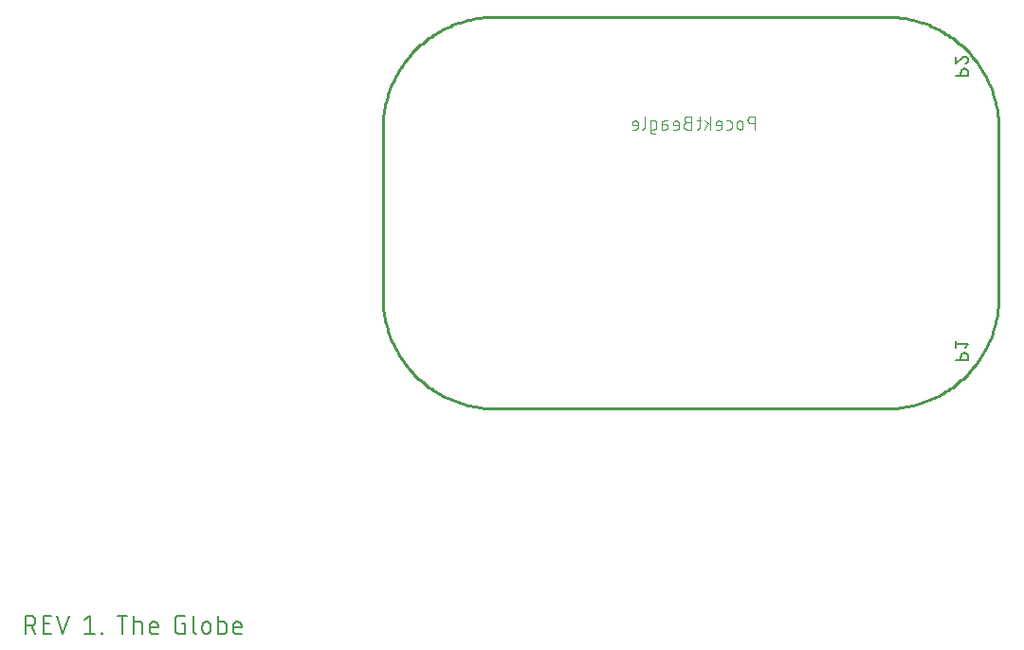
<source format=gbr>
G04 EAGLE Gerber RS-274X export*
G75*
%MOMM*%
%FSLAX34Y34*%
%LPD*%
%INSilkscreen Bottom*%
%IPPOS*%
%AMOC8*
5,1,8,0,0,1.08239X$1,22.5*%
G01*
%ADD10C,0.152400*%
%ADD11C,0.254000*%
%ADD12C,0.101600*%


D10*
X452882Y51562D02*
X452882Y67818D01*
X457398Y67818D01*
X457531Y67816D01*
X457663Y67810D01*
X457795Y67800D01*
X457927Y67787D01*
X458059Y67769D01*
X458189Y67748D01*
X458320Y67723D01*
X458449Y67694D01*
X458577Y67661D01*
X458705Y67625D01*
X458831Y67585D01*
X458956Y67541D01*
X459080Y67493D01*
X459202Y67442D01*
X459323Y67387D01*
X459442Y67329D01*
X459560Y67267D01*
X459675Y67202D01*
X459789Y67133D01*
X459900Y67062D01*
X460009Y66986D01*
X460116Y66908D01*
X460221Y66827D01*
X460323Y66742D01*
X460423Y66655D01*
X460520Y66565D01*
X460615Y66472D01*
X460706Y66376D01*
X460795Y66278D01*
X460881Y66177D01*
X460964Y66073D01*
X461044Y65967D01*
X461120Y65859D01*
X461194Y65749D01*
X461264Y65636D01*
X461331Y65522D01*
X461394Y65405D01*
X461454Y65287D01*
X461511Y65167D01*
X461564Y65045D01*
X461613Y64922D01*
X461659Y64798D01*
X461701Y64672D01*
X461739Y64545D01*
X461774Y64417D01*
X461805Y64288D01*
X461832Y64159D01*
X461855Y64028D01*
X461875Y63897D01*
X461890Y63765D01*
X461902Y63633D01*
X461910Y63501D01*
X461914Y63368D01*
X461914Y63236D01*
X461910Y63103D01*
X461902Y62971D01*
X461890Y62839D01*
X461875Y62707D01*
X461855Y62576D01*
X461832Y62445D01*
X461805Y62316D01*
X461774Y62187D01*
X461739Y62059D01*
X461701Y61932D01*
X461659Y61806D01*
X461613Y61682D01*
X461564Y61559D01*
X461511Y61437D01*
X461454Y61317D01*
X461394Y61199D01*
X461331Y61082D01*
X461264Y60968D01*
X461194Y60855D01*
X461120Y60745D01*
X461044Y60637D01*
X460964Y60531D01*
X460881Y60427D01*
X460795Y60326D01*
X460706Y60228D01*
X460615Y60132D01*
X460520Y60039D01*
X460423Y59949D01*
X460323Y59862D01*
X460221Y59777D01*
X460116Y59696D01*
X460009Y59618D01*
X459900Y59542D01*
X459789Y59471D01*
X459675Y59402D01*
X459560Y59337D01*
X459442Y59275D01*
X459323Y59217D01*
X459202Y59162D01*
X459080Y59111D01*
X458956Y59063D01*
X458831Y59019D01*
X458705Y58979D01*
X458577Y58943D01*
X458449Y58910D01*
X458320Y58881D01*
X458189Y58856D01*
X458059Y58835D01*
X457927Y58817D01*
X457795Y58804D01*
X457663Y58794D01*
X457531Y58788D01*
X457398Y58786D01*
X457398Y58787D02*
X452882Y58787D01*
X458301Y58787D02*
X461913Y51562D01*
X468973Y51562D02*
X476197Y51562D01*
X468973Y51562D02*
X468973Y67818D01*
X476197Y67818D01*
X474391Y60593D02*
X468973Y60593D01*
X481066Y67818D02*
X486484Y51562D01*
X491903Y67818D01*
X505937Y64206D02*
X510452Y67818D01*
X510452Y51562D01*
X505937Y51562D02*
X514968Y51562D01*
X520942Y51562D02*
X520942Y52465D01*
X521846Y52465D01*
X521846Y51562D01*
X520942Y51562D01*
X539630Y51562D02*
X539630Y67818D01*
X535115Y67818D02*
X544146Y67818D01*
X550086Y67818D02*
X550086Y51562D01*
X550086Y62399D02*
X554602Y62399D01*
X554706Y62397D01*
X554809Y62391D01*
X554913Y62381D01*
X555016Y62367D01*
X555118Y62349D01*
X555219Y62328D01*
X555320Y62302D01*
X555419Y62273D01*
X555518Y62240D01*
X555615Y62203D01*
X555710Y62162D01*
X555804Y62118D01*
X555896Y62070D01*
X555986Y62019D01*
X556075Y61964D01*
X556161Y61906D01*
X556244Y61844D01*
X556326Y61780D01*
X556404Y61712D01*
X556480Y61642D01*
X556554Y61569D01*
X556624Y61492D01*
X556692Y61414D01*
X556756Y61332D01*
X556818Y61249D01*
X556876Y61163D01*
X556931Y61074D01*
X556982Y60984D01*
X557030Y60892D01*
X557074Y60798D01*
X557115Y60703D01*
X557152Y60606D01*
X557185Y60507D01*
X557214Y60408D01*
X557240Y60307D01*
X557261Y60206D01*
X557279Y60104D01*
X557293Y60001D01*
X557303Y59897D01*
X557309Y59794D01*
X557311Y59690D01*
X557311Y51562D01*
X566863Y51562D02*
X571379Y51562D01*
X566863Y51562D02*
X566762Y51564D01*
X566661Y51570D01*
X566560Y51579D01*
X566459Y51592D01*
X566359Y51609D01*
X566260Y51630D01*
X566162Y51654D01*
X566065Y51682D01*
X565968Y51714D01*
X565873Y51749D01*
X565780Y51788D01*
X565688Y51830D01*
X565597Y51876D01*
X565509Y51925D01*
X565422Y51977D01*
X565337Y52033D01*
X565254Y52091D01*
X565174Y52153D01*
X565096Y52218D01*
X565020Y52285D01*
X564947Y52355D01*
X564877Y52428D01*
X564810Y52504D01*
X564745Y52582D01*
X564683Y52662D01*
X564625Y52745D01*
X564569Y52830D01*
X564517Y52916D01*
X564468Y53005D01*
X564422Y53096D01*
X564380Y53188D01*
X564341Y53281D01*
X564306Y53376D01*
X564274Y53473D01*
X564246Y53570D01*
X564222Y53668D01*
X564201Y53767D01*
X564184Y53867D01*
X564171Y53968D01*
X564162Y54069D01*
X564156Y54170D01*
X564154Y54271D01*
X564154Y58787D01*
X564155Y58787D02*
X564157Y58906D01*
X564163Y59026D01*
X564173Y59145D01*
X564187Y59263D01*
X564204Y59382D01*
X564226Y59499D01*
X564251Y59616D01*
X564281Y59731D01*
X564314Y59846D01*
X564351Y59960D01*
X564391Y60072D01*
X564436Y60183D01*
X564484Y60292D01*
X564535Y60400D01*
X564590Y60506D01*
X564649Y60610D01*
X564711Y60712D01*
X564776Y60812D01*
X564845Y60910D01*
X564917Y61006D01*
X564992Y61099D01*
X565069Y61189D01*
X565150Y61277D01*
X565234Y61362D01*
X565321Y61444D01*
X565410Y61524D01*
X565502Y61600D01*
X565596Y61674D01*
X565693Y61744D01*
X565791Y61811D01*
X565892Y61875D01*
X565996Y61935D01*
X566101Y61992D01*
X566208Y62045D01*
X566316Y62095D01*
X566426Y62141D01*
X566538Y62183D01*
X566651Y62222D01*
X566765Y62257D01*
X566880Y62288D01*
X566997Y62316D01*
X567114Y62339D01*
X567231Y62359D01*
X567350Y62375D01*
X567469Y62387D01*
X567588Y62395D01*
X567707Y62399D01*
X567827Y62399D01*
X567946Y62395D01*
X568065Y62387D01*
X568184Y62375D01*
X568303Y62359D01*
X568420Y62339D01*
X568537Y62316D01*
X568654Y62288D01*
X568769Y62257D01*
X568883Y62222D01*
X568996Y62183D01*
X569108Y62141D01*
X569218Y62095D01*
X569326Y62045D01*
X569433Y61992D01*
X569538Y61935D01*
X569642Y61875D01*
X569743Y61811D01*
X569841Y61744D01*
X569938Y61674D01*
X570032Y61600D01*
X570124Y61524D01*
X570213Y61444D01*
X570300Y61362D01*
X570384Y61277D01*
X570465Y61189D01*
X570542Y61099D01*
X570617Y61006D01*
X570689Y60910D01*
X570758Y60812D01*
X570823Y60712D01*
X570885Y60610D01*
X570944Y60506D01*
X570999Y60400D01*
X571050Y60292D01*
X571098Y60183D01*
X571143Y60072D01*
X571183Y59960D01*
X571220Y59846D01*
X571253Y59731D01*
X571283Y59616D01*
X571308Y59499D01*
X571330Y59382D01*
X571347Y59263D01*
X571361Y59145D01*
X571371Y59026D01*
X571377Y58906D01*
X571379Y58787D01*
X571379Y56981D01*
X564154Y56981D01*
X593020Y60593D02*
X595729Y60593D01*
X595729Y51562D01*
X590310Y51562D01*
X590192Y51564D01*
X590074Y51570D01*
X589956Y51579D01*
X589839Y51593D01*
X589722Y51610D01*
X589605Y51631D01*
X589490Y51656D01*
X589375Y51685D01*
X589261Y51718D01*
X589149Y51754D01*
X589038Y51794D01*
X588928Y51837D01*
X588819Y51884D01*
X588712Y51934D01*
X588607Y51989D01*
X588504Y52046D01*
X588403Y52107D01*
X588303Y52171D01*
X588206Y52238D01*
X588111Y52308D01*
X588019Y52382D01*
X587928Y52458D01*
X587841Y52538D01*
X587756Y52620D01*
X587674Y52705D01*
X587594Y52792D01*
X587518Y52883D01*
X587444Y52975D01*
X587374Y53070D01*
X587307Y53167D01*
X587243Y53267D01*
X587182Y53368D01*
X587125Y53471D01*
X587070Y53576D01*
X587020Y53683D01*
X586973Y53792D01*
X586930Y53902D01*
X586890Y54013D01*
X586854Y54125D01*
X586821Y54239D01*
X586792Y54354D01*
X586767Y54469D01*
X586746Y54586D01*
X586729Y54703D01*
X586715Y54820D01*
X586706Y54938D01*
X586700Y55056D01*
X586698Y55174D01*
X586698Y64206D01*
X586700Y64324D01*
X586706Y64442D01*
X586715Y64560D01*
X586729Y64677D01*
X586746Y64794D01*
X586767Y64911D01*
X586792Y65026D01*
X586821Y65141D01*
X586854Y65255D01*
X586890Y65367D01*
X586930Y65478D01*
X586973Y65588D01*
X587020Y65697D01*
X587070Y65804D01*
X587124Y65909D01*
X587182Y66012D01*
X587243Y66113D01*
X587307Y66213D01*
X587374Y66310D01*
X587444Y66405D01*
X587518Y66497D01*
X587594Y66588D01*
X587674Y66675D01*
X587756Y66760D01*
X587841Y66842D01*
X587928Y66922D01*
X588019Y66998D01*
X588111Y67072D01*
X588206Y67142D01*
X588303Y67209D01*
X588403Y67273D01*
X588504Y67334D01*
X588607Y67391D01*
X588712Y67445D01*
X588819Y67496D01*
X588928Y67543D01*
X589038Y67586D01*
X589149Y67626D01*
X589261Y67662D01*
X589375Y67695D01*
X589490Y67724D01*
X589605Y67749D01*
X589722Y67770D01*
X589839Y67787D01*
X589956Y67801D01*
X590074Y67810D01*
X590192Y67816D01*
X590310Y67818D01*
X595729Y67818D01*
X602948Y67818D02*
X602948Y54271D01*
X602950Y54170D01*
X602956Y54069D01*
X602965Y53968D01*
X602978Y53867D01*
X602995Y53767D01*
X603016Y53668D01*
X603040Y53570D01*
X603068Y53473D01*
X603100Y53376D01*
X603135Y53281D01*
X603174Y53188D01*
X603216Y53096D01*
X603262Y53005D01*
X603311Y52916D01*
X603363Y52830D01*
X603419Y52745D01*
X603477Y52662D01*
X603539Y52582D01*
X603604Y52504D01*
X603671Y52428D01*
X603741Y52355D01*
X603814Y52285D01*
X603890Y52218D01*
X603968Y52153D01*
X604048Y52091D01*
X604131Y52033D01*
X604216Y51977D01*
X604303Y51925D01*
X604391Y51876D01*
X604482Y51830D01*
X604574Y51788D01*
X604667Y51749D01*
X604762Y51714D01*
X604859Y51682D01*
X604956Y51654D01*
X605054Y51630D01*
X605153Y51609D01*
X605253Y51592D01*
X605354Y51579D01*
X605455Y51570D01*
X605556Y51564D01*
X605657Y51562D01*
X611048Y55174D02*
X611048Y58787D01*
X611050Y58906D01*
X611056Y59026D01*
X611066Y59145D01*
X611080Y59263D01*
X611097Y59382D01*
X611119Y59499D01*
X611144Y59616D01*
X611174Y59731D01*
X611207Y59846D01*
X611244Y59960D01*
X611284Y60072D01*
X611329Y60183D01*
X611377Y60292D01*
X611428Y60400D01*
X611483Y60506D01*
X611542Y60610D01*
X611604Y60712D01*
X611669Y60812D01*
X611738Y60910D01*
X611810Y61006D01*
X611885Y61099D01*
X611962Y61189D01*
X612043Y61277D01*
X612127Y61362D01*
X612214Y61444D01*
X612303Y61524D01*
X612395Y61600D01*
X612489Y61674D01*
X612586Y61744D01*
X612684Y61811D01*
X612785Y61875D01*
X612889Y61935D01*
X612994Y61992D01*
X613101Y62045D01*
X613209Y62095D01*
X613319Y62141D01*
X613431Y62183D01*
X613544Y62222D01*
X613658Y62257D01*
X613773Y62288D01*
X613890Y62316D01*
X614007Y62339D01*
X614124Y62359D01*
X614243Y62375D01*
X614362Y62387D01*
X614481Y62395D01*
X614600Y62399D01*
X614720Y62399D01*
X614839Y62395D01*
X614958Y62387D01*
X615077Y62375D01*
X615196Y62359D01*
X615313Y62339D01*
X615430Y62316D01*
X615547Y62288D01*
X615662Y62257D01*
X615776Y62222D01*
X615889Y62183D01*
X616001Y62141D01*
X616111Y62095D01*
X616219Y62045D01*
X616326Y61992D01*
X616431Y61935D01*
X616535Y61875D01*
X616636Y61811D01*
X616734Y61744D01*
X616831Y61674D01*
X616925Y61600D01*
X617017Y61524D01*
X617106Y61444D01*
X617193Y61362D01*
X617277Y61277D01*
X617358Y61189D01*
X617435Y61099D01*
X617510Y61006D01*
X617582Y60910D01*
X617651Y60812D01*
X617716Y60712D01*
X617778Y60610D01*
X617837Y60506D01*
X617892Y60400D01*
X617943Y60292D01*
X617991Y60183D01*
X618036Y60072D01*
X618076Y59960D01*
X618113Y59846D01*
X618146Y59731D01*
X618176Y59616D01*
X618201Y59499D01*
X618223Y59382D01*
X618240Y59263D01*
X618254Y59145D01*
X618264Y59026D01*
X618270Y58906D01*
X618272Y58787D01*
X618273Y58787D02*
X618273Y55174D01*
X618272Y55174D02*
X618270Y55055D01*
X618264Y54935D01*
X618254Y54816D01*
X618240Y54698D01*
X618223Y54579D01*
X618201Y54462D01*
X618176Y54345D01*
X618146Y54230D01*
X618113Y54115D01*
X618076Y54001D01*
X618036Y53889D01*
X617991Y53778D01*
X617943Y53669D01*
X617892Y53561D01*
X617837Y53455D01*
X617778Y53351D01*
X617716Y53249D01*
X617651Y53149D01*
X617582Y53051D01*
X617510Y52955D01*
X617435Y52862D01*
X617358Y52772D01*
X617277Y52684D01*
X617193Y52599D01*
X617106Y52517D01*
X617017Y52437D01*
X616925Y52361D01*
X616831Y52287D01*
X616734Y52217D01*
X616636Y52150D01*
X616535Y52086D01*
X616431Y52026D01*
X616326Y51969D01*
X616219Y51916D01*
X616111Y51866D01*
X616001Y51820D01*
X615889Y51778D01*
X615776Y51739D01*
X615662Y51704D01*
X615547Y51673D01*
X615430Y51645D01*
X615313Y51622D01*
X615196Y51602D01*
X615077Y51586D01*
X614958Y51574D01*
X614839Y51566D01*
X614720Y51562D01*
X614600Y51562D01*
X614481Y51566D01*
X614362Y51574D01*
X614243Y51586D01*
X614124Y51602D01*
X614007Y51622D01*
X613890Y51645D01*
X613773Y51673D01*
X613658Y51704D01*
X613544Y51739D01*
X613431Y51778D01*
X613319Y51820D01*
X613209Y51866D01*
X613101Y51916D01*
X612994Y51969D01*
X612889Y52026D01*
X612785Y52086D01*
X612684Y52150D01*
X612586Y52217D01*
X612489Y52287D01*
X612395Y52361D01*
X612303Y52437D01*
X612214Y52517D01*
X612127Y52599D01*
X612043Y52684D01*
X611962Y52772D01*
X611885Y52862D01*
X611810Y52955D01*
X611738Y53051D01*
X611669Y53149D01*
X611604Y53249D01*
X611542Y53351D01*
X611483Y53455D01*
X611428Y53561D01*
X611377Y53669D01*
X611329Y53778D01*
X611284Y53889D01*
X611244Y54001D01*
X611207Y54115D01*
X611174Y54230D01*
X611144Y54345D01*
X611119Y54462D01*
X611097Y54579D01*
X611080Y54698D01*
X611066Y54816D01*
X611056Y54935D01*
X611050Y55055D01*
X611048Y55174D01*
X625189Y51562D02*
X625189Y67818D01*
X625189Y51562D02*
X629705Y51562D01*
X629809Y51564D01*
X629912Y51570D01*
X630016Y51580D01*
X630119Y51594D01*
X630221Y51612D01*
X630322Y51633D01*
X630423Y51659D01*
X630522Y51688D01*
X630621Y51721D01*
X630718Y51758D01*
X630813Y51799D01*
X630907Y51843D01*
X630999Y51891D01*
X631089Y51942D01*
X631178Y51997D01*
X631264Y52055D01*
X631347Y52117D01*
X631429Y52181D01*
X631507Y52249D01*
X631583Y52319D01*
X631657Y52392D01*
X631727Y52469D01*
X631795Y52547D01*
X631859Y52629D01*
X631921Y52712D01*
X631979Y52798D01*
X632034Y52887D01*
X632085Y52977D01*
X632133Y53069D01*
X632177Y53163D01*
X632218Y53258D01*
X632255Y53355D01*
X632288Y53454D01*
X632317Y53553D01*
X632343Y53654D01*
X632364Y53755D01*
X632382Y53857D01*
X632396Y53960D01*
X632406Y54064D01*
X632412Y54167D01*
X632414Y54271D01*
X632414Y59690D01*
X632412Y59791D01*
X632406Y59892D01*
X632397Y59993D01*
X632384Y60094D01*
X632367Y60194D01*
X632346Y60293D01*
X632322Y60391D01*
X632294Y60488D01*
X632262Y60585D01*
X632227Y60680D01*
X632188Y60773D01*
X632146Y60865D01*
X632100Y60956D01*
X632051Y61045D01*
X631999Y61131D01*
X631943Y61216D01*
X631885Y61299D01*
X631823Y61379D01*
X631758Y61457D01*
X631691Y61533D01*
X631621Y61606D01*
X631548Y61676D01*
X631472Y61743D01*
X631394Y61808D01*
X631314Y61870D01*
X631231Y61928D01*
X631146Y61984D01*
X631060Y62036D01*
X630971Y62085D01*
X630880Y62131D01*
X630788Y62173D01*
X630695Y62212D01*
X630600Y62247D01*
X630503Y62279D01*
X630406Y62307D01*
X630308Y62331D01*
X630209Y62352D01*
X630109Y62369D01*
X630008Y62382D01*
X629907Y62391D01*
X629806Y62397D01*
X629705Y62399D01*
X625189Y62399D01*
X641372Y51562D02*
X645888Y51562D01*
X641372Y51562D02*
X641271Y51564D01*
X641170Y51570D01*
X641069Y51579D01*
X640968Y51592D01*
X640868Y51609D01*
X640769Y51630D01*
X640671Y51654D01*
X640574Y51682D01*
X640477Y51714D01*
X640382Y51749D01*
X640289Y51788D01*
X640197Y51830D01*
X640106Y51876D01*
X640018Y51925D01*
X639931Y51977D01*
X639846Y52033D01*
X639763Y52091D01*
X639683Y52153D01*
X639605Y52218D01*
X639529Y52285D01*
X639456Y52355D01*
X639386Y52428D01*
X639319Y52504D01*
X639254Y52582D01*
X639192Y52662D01*
X639134Y52745D01*
X639078Y52830D01*
X639026Y52916D01*
X638977Y53005D01*
X638931Y53096D01*
X638889Y53188D01*
X638850Y53281D01*
X638815Y53376D01*
X638783Y53473D01*
X638755Y53570D01*
X638731Y53668D01*
X638710Y53767D01*
X638693Y53867D01*
X638680Y53968D01*
X638671Y54069D01*
X638665Y54170D01*
X638663Y54271D01*
X638663Y58787D01*
X638665Y58906D01*
X638671Y59026D01*
X638681Y59145D01*
X638695Y59263D01*
X638712Y59382D01*
X638734Y59499D01*
X638759Y59616D01*
X638789Y59731D01*
X638822Y59846D01*
X638859Y59960D01*
X638899Y60072D01*
X638944Y60183D01*
X638992Y60292D01*
X639043Y60400D01*
X639098Y60506D01*
X639157Y60610D01*
X639219Y60712D01*
X639284Y60812D01*
X639353Y60910D01*
X639425Y61006D01*
X639500Y61099D01*
X639577Y61189D01*
X639658Y61277D01*
X639742Y61362D01*
X639829Y61444D01*
X639918Y61524D01*
X640010Y61600D01*
X640104Y61674D01*
X640201Y61744D01*
X640299Y61811D01*
X640400Y61875D01*
X640504Y61935D01*
X640609Y61992D01*
X640716Y62045D01*
X640824Y62095D01*
X640934Y62141D01*
X641046Y62183D01*
X641159Y62222D01*
X641273Y62257D01*
X641388Y62288D01*
X641505Y62316D01*
X641622Y62339D01*
X641739Y62359D01*
X641858Y62375D01*
X641977Y62387D01*
X642096Y62395D01*
X642215Y62399D01*
X642335Y62399D01*
X642454Y62395D01*
X642573Y62387D01*
X642692Y62375D01*
X642811Y62359D01*
X642928Y62339D01*
X643045Y62316D01*
X643162Y62288D01*
X643277Y62257D01*
X643391Y62222D01*
X643504Y62183D01*
X643616Y62141D01*
X643726Y62095D01*
X643834Y62045D01*
X643941Y61992D01*
X644046Y61935D01*
X644150Y61875D01*
X644251Y61811D01*
X644349Y61744D01*
X644446Y61674D01*
X644540Y61600D01*
X644632Y61524D01*
X644721Y61444D01*
X644808Y61362D01*
X644892Y61277D01*
X644973Y61189D01*
X645050Y61099D01*
X645125Y61006D01*
X645197Y60910D01*
X645266Y60812D01*
X645331Y60712D01*
X645393Y60610D01*
X645452Y60506D01*
X645507Y60400D01*
X645558Y60292D01*
X645606Y60183D01*
X645651Y60072D01*
X645691Y59960D01*
X645728Y59846D01*
X645761Y59731D01*
X645791Y59616D01*
X645816Y59499D01*
X645838Y59382D01*
X645855Y59263D01*
X645869Y59145D01*
X645879Y59026D01*
X645885Y58906D01*
X645887Y58787D01*
X645888Y58787D02*
X645888Y56981D01*
X638663Y56981D01*
D11*
X872070Y602730D02*
X1222070Y602730D01*
X1224486Y602701D01*
X1226901Y602613D01*
X1229313Y602467D01*
X1231721Y602263D01*
X1234124Y602001D01*
X1236519Y601681D01*
X1238906Y601303D01*
X1241283Y600867D01*
X1243648Y600374D01*
X1246002Y599824D01*
X1248341Y599218D01*
X1250665Y598555D01*
X1252972Y597836D01*
X1255261Y597061D01*
X1257530Y596232D01*
X1259779Y595347D01*
X1262006Y594409D01*
X1264210Y593417D01*
X1266389Y592373D01*
X1268542Y591276D01*
X1270668Y590127D01*
X1272766Y588927D01*
X1274834Y587677D01*
X1276871Y586377D01*
X1278876Y585028D01*
X1280849Y583632D01*
X1282786Y582188D01*
X1284689Y580697D01*
X1286554Y579162D01*
X1288382Y577581D01*
X1290172Y575957D01*
X1291921Y574290D01*
X1293630Y572581D01*
X1295297Y570832D01*
X1296921Y569042D01*
X1298502Y567214D01*
X1300037Y565349D01*
X1301528Y563446D01*
X1302972Y561509D01*
X1304368Y559536D01*
X1305717Y557531D01*
X1307017Y555494D01*
X1308267Y553426D01*
X1309467Y551328D01*
X1310616Y549202D01*
X1311713Y547049D01*
X1312757Y544870D01*
X1313749Y542666D01*
X1314687Y540439D01*
X1315572Y538190D01*
X1316401Y535921D01*
X1317176Y533632D01*
X1317895Y531325D01*
X1318558Y529001D01*
X1319164Y526662D01*
X1319714Y524308D01*
X1320207Y521943D01*
X1320643Y519566D01*
X1321021Y517179D01*
X1321341Y514784D01*
X1321603Y512381D01*
X1321807Y509973D01*
X1321953Y507561D01*
X1322041Y505146D01*
X1322070Y502730D01*
X1322070Y352730D01*
X1322041Y350314D01*
X1321953Y347899D01*
X1321807Y345487D01*
X1321603Y343079D01*
X1321341Y340676D01*
X1321021Y338281D01*
X1320643Y335894D01*
X1320207Y333517D01*
X1319714Y331152D01*
X1319164Y328798D01*
X1318558Y326459D01*
X1317895Y324135D01*
X1317176Y321828D01*
X1316401Y319539D01*
X1315572Y317270D01*
X1314687Y315021D01*
X1313749Y312794D01*
X1312757Y310590D01*
X1311713Y308411D01*
X1310616Y306258D01*
X1309467Y304132D01*
X1308267Y302034D01*
X1307017Y299966D01*
X1305717Y297929D01*
X1304368Y295924D01*
X1302972Y293951D01*
X1301528Y292014D01*
X1300037Y290111D01*
X1298502Y288246D01*
X1296921Y286418D01*
X1295297Y284628D01*
X1293630Y282879D01*
X1291921Y281170D01*
X1290172Y279503D01*
X1288382Y277879D01*
X1286554Y276298D01*
X1284689Y274763D01*
X1282786Y273272D01*
X1280849Y271828D01*
X1278876Y270432D01*
X1276871Y269083D01*
X1274834Y267783D01*
X1272766Y266533D01*
X1270668Y265333D01*
X1268542Y264184D01*
X1266389Y263087D01*
X1264210Y262043D01*
X1262006Y261051D01*
X1259779Y260113D01*
X1257530Y259228D01*
X1255261Y258399D01*
X1252972Y257624D01*
X1250665Y256905D01*
X1248341Y256242D01*
X1246002Y255636D01*
X1243648Y255086D01*
X1241283Y254593D01*
X1238906Y254157D01*
X1236519Y253779D01*
X1234124Y253459D01*
X1231721Y253197D01*
X1229313Y252993D01*
X1226901Y252847D01*
X1224486Y252759D01*
X1222070Y252730D01*
X872070Y252730D01*
X869654Y252759D01*
X867239Y252847D01*
X864827Y252993D01*
X862419Y253197D01*
X860016Y253459D01*
X857621Y253779D01*
X855234Y254157D01*
X852857Y254593D01*
X850492Y255086D01*
X848138Y255636D01*
X845799Y256242D01*
X843475Y256905D01*
X841168Y257624D01*
X838879Y258399D01*
X836610Y259228D01*
X834361Y260113D01*
X832134Y261051D01*
X829930Y262043D01*
X827751Y263087D01*
X825598Y264184D01*
X823472Y265333D01*
X821374Y266533D01*
X819306Y267783D01*
X817269Y269083D01*
X815264Y270432D01*
X813291Y271828D01*
X811354Y273272D01*
X809451Y274763D01*
X807586Y276298D01*
X805758Y277879D01*
X803968Y279503D01*
X802219Y281170D01*
X800510Y282879D01*
X798843Y284628D01*
X797219Y286418D01*
X795638Y288246D01*
X794103Y290111D01*
X792612Y292014D01*
X791168Y293951D01*
X789772Y295924D01*
X788423Y297929D01*
X787123Y299966D01*
X785873Y302034D01*
X784673Y304132D01*
X783524Y306258D01*
X782427Y308411D01*
X781383Y310590D01*
X780391Y312794D01*
X779453Y315021D01*
X778568Y317270D01*
X777739Y319539D01*
X776964Y321828D01*
X776245Y324135D01*
X775582Y326459D01*
X774976Y328798D01*
X774426Y331152D01*
X773933Y333517D01*
X773497Y335894D01*
X773119Y338281D01*
X772799Y340676D01*
X772537Y343079D01*
X772333Y345487D01*
X772187Y347899D01*
X772099Y350314D01*
X772070Y352730D01*
X772070Y502730D01*
X772099Y505146D01*
X772187Y507561D01*
X772333Y509973D01*
X772537Y512381D01*
X772799Y514784D01*
X773119Y517179D01*
X773497Y519566D01*
X773933Y521943D01*
X774426Y524308D01*
X774976Y526662D01*
X775582Y529001D01*
X776245Y531325D01*
X776964Y533632D01*
X777739Y535921D01*
X778568Y538190D01*
X779453Y540439D01*
X780391Y542666D01*
X781383Y544870D01*
X782427Y547049D01*
X783524Y549202D01*
X784673Y551328D01*
X785873Y553426D01*
X787123Y555494D01*
X788423Y557531D01*
X789772Y559536D01*
X791168Y561509D01*
X792612Y563446D01*
X794103Y565349D01*
X795638Y567214D01*
X797219Y569042D01*
X798843Y570832D01*
X800510Y572581D01*
X802219Y574290D01*
X803968Y575957D01*
X805758Y577581D01*
X807586Y579162D01*
X809451Y580697D01*
X811354Y582188D01*
X813291Y583632D01*
X815264Y585028D01*
X817269Y586377D01*
X819306Y587677D01*
X821374Y588927D01*
X823472Y590127D01*
X825598Y591276D01*
X827751Y592373D01*
X829930Y593417D01*
X832134Y594409D01*
X834361Y595347D01*
X836610Y596232D01*
X838879Y597061D01*
X841168Y597836D01*
X843475Y598555D01*
X845799Y599218D01*
X848138Y599824D01*
X850492Y600374D01*
X852857Y600867D01*
X855234Y601303D01*
X857621Y601681D01*
X860016Y602001D01*
X862419Y602263D01*
X864827Y602467D01*
X867239Y602613D01*
X869654Y602701D01*
X872070Y602730D01*
D10*
X1283462Y296277D02*
X1294638Y296277D01*
X1294638Y299381D01*
X1294636Y299492D01*
X1294630Y299602D01*
X1294620Y299713D01*
X1294606Y299823D01*
X1294589Y299932D01*
X1294567Y300041D01*
X1294542Y300149D01*
X1294512Y300255D01*
X1294479Y300361D01*
X1294442Y300466D01*
X1294402Y300569D01*
X1294357Y300670D01*
X1294310Y300770D01*
X1294258Y300869D01*
X1294203Y300965D01*
X1294145Y301059D01*
X1294084Y301151D01*
X1294019Y301241D01*
X1293951Y301329D01*
X1293880Y301414D01*
X1293806Y301496D01*
X1293729Y301576D01*
X1293649Y301653D01*
X1293567Y301727D01*
X1293482Y301798D01*
X1293394Y301866D01*
X1293304Y301931D01*
X1293212Y301992D01*
X1293118Y302050D01*
X1293022Y302105D01*
X1292923Y302157D01*
X1292823Y302204D01*
X1292722Y302249D01*
X1292619Y302289D01*
X1292514Y302326D01*
X1292408Y302359D01*
X1292302Y302389D01*
X1292194Y302414D01*
X1292085Y302436D01*
X1291976Y302453D01*
X1291866Y302467D01*
X1291755Y302477D01*
X1291645Y302483D01*
X1291534Y302485D01*
X1291423Y302483D01*
X1291313Y302477D01*
X1291202Y302467D01*
X1291092Y302453D01*
X1290983Y302436D01*
X1290874Y302414D01*
X1290766Y302389D01*
X1290660Y302359D01*
X1290554Y302326D01*
X1290449Y302289D01*
X1290346Y302249D01*
X1290245Y302204D01*
X1290145Y302157D01*
X1290046Y302105D01*
X1289950Y302050D01*
X1289856Y301992D01*
X1289764Y301931D01*
X1289674Y301866D01*
X1289586Y301798D01*
X1289501Y301727D01*
X1289419Y301653D01*
X1289339Y301576D01*
X1289262Y301496D01*
X1289188Y301414D01*
X1289117Y301329D01*
X1289049Y301241D01*
X1288984Y301151D01*
X1288923Y301059D01*
X1288865Y300965D01*
X1288810Y300869D01*
X1288758Y300770D01*
X1288711Y300670D01*
X1288666Y300569D01*
X1288626Y300466D01*
X1288589Y300361D01*
X1288556Y300255D01*
X1288526Y300149D01*
X1288501Y300041D01*
X1288479Y299932D01*
X1288462Y299823D01*
X1288448Y299713D01*
X1288438Y299602D01*
X1288432Y299492D01*
X1288430Y299381D01*
X1288429Y299381D02*
X1288429Y296277D01*
X1292154Y307114D02*
X1294638Y310219D01*
X1283462Y310219D01*
X1283462Y313323D02*
X1283462Y307114D01*
X1283462Y550277D02*
X1294638Y550277D01*
X1294638Y553381D01*
X1294636Y553492D01*
X1294630Y553602D01*
X1294620Y553713D01*
X1294606Y553823D01*
X1294589Y553932D01*
X1294567Y554041D01*
X1294542Y554149D01*
X1294512Y554255D01*
X1294479Y554361D01*
X1294442Y554466D01*
X1294402Y554569D01*
X1294357Y554670D01*
X1294310Y554770D01*
X1294258Y554869D01*
X1294203Y554965D01*
X1294145Y555059D01*
X1294084Y555151D01*
X1294019Y555241D01*
X1293951Y555329D01*
X1293880Y555414D01*
X1293806Y555496D01*
X1293729Y555576D01*
X1293649Y555653D01*
X1293567Y555727D01*
X1293482Y555798D01*
X1293394Y555866D01*
X1293304Y555931D01*
X1293212Y555992D01*
X1293118Y556050D01*
X1293022Y556105D01*
X1292923Y556157D01*
X1292823Y556204D01*
X1292722Y556249D01*
X1292619Y556289D01*
X1292514Y556326D01*
X1292408Y556359D01*
X1292302Y556389D01*
X1292194Y556414D01*
X1292085Y556436D01*
X1291976Y556453D01*
X1291866Y556467D01*
X1291755Y556477D01*
X1291645Y556483D01*
X1291534Y556485D01*
X1291423Y556483D01*
X1291313Y556477D01*
X1291202Y556467D01*
X1291092Y556453D01*
X1290983Y556436D01*
X1290874Y556414D01*
X1290766Y556389D01*
X1290660Y556359D01*
X1290554Y556326D01*
X1290449Y556289D01*
X1290346Y556249D01*
X1290245Y556204D01*
X1290145Y556157D01*
X1290046Y556105D01*
X1289950Y556050D01*
X1289856Y555992D01*
X1289764Y555931D01*
X1289674Y555866D01*
X1289586Y555798D01*
X1289501Y555727D01*
X1289419Y555653D01*
X1289339Y555576D01*
X1289262Y555496D01*
X1289188Y555414D01*
X1289117Y555329D01*
X1289049Y555241D01*
X1288984Y555151D01*
X1288923Y555059D01*
X1288865Y554965D01*
X1288810Y554869D01*
X1288758Y554770D01*
X1288711Y554670D01*
X1288666Y554569D01*
X1288626Y554466D01*
X1288589Y554361D01*
X1288556Y554255D01*
X1288526Y554149D01*
X1288501Y554041D01*
X1288479Y553932D01*
X1288462Y553823D01*
X1288448Y553713D01*
X1288438Y553602D01*
X1288432Y553492D01*
X1288430Y553381D01*
X1288429Y553381D02*
X1288429Y550277D01*
X1294638Y564529D02*
X1294636Y564633D01*
X1294630Y564738D01*
X1294620Y564842D01*
X1294607Y564945D01*
X1294589Y565048D01*
X1294568Y565151D01*
X1294543Y565252D01*
X1294514Y565353D01*
X1294481Y565452D01*
X1294445Y565550D01*
X1294405Y565646D01*
X1294361Y565741D01*
X1294314Y565835D01*
X1294264Y565926D01*
X1294210Y566015D01*
X1294153Y566103D01*
X1294092Y566188D01*
X1294028Y566271D01*
X1293962Y566351D01*
X1293892Y566429D01*
X1293820Y566505D01*
X1293744Y566577D01*
X1293666Y566647D01*
X1293586Y566713D01*
X1293503Y566777D01*
X1293418Y566838D01*
X1293330Y566895D01*
X1293241Y566949D01*
X1293150Y566999D01*
X1293056Y567046D01*
X1292961Y567090D01*
X1292865Y567130D01*
X1292767Y567166D01*
X1292668Y567199D01*
X1292567Y567228D01*
X1292466Y567253D01*
X1292363Y567274D01*
X1292260Y567292D01*
X1292157Y567305D01*
X1292053Y567315D01*
X1291948Y567321D01*
X1291844Y567323D01*
X1294639Y564529D02*
X1294637Y564410D01*
X1294631Y564292D01*
X1294621Y564173D01*
X1294608Y564055D01*
X1294590Y563938D01*
X1294568Y563821D01*
X1294543Y563705D01*
X1294514Y563590D01*
X1294481Y563475D01*
X1294444Y563362D01*
X1294404Y563251D01*
X1294360Y563140D01*
X1294312Y563032D01*
X1294261Y562925D01*
X1294206Y562819D01*
X1294147Y562716D01*
X1294086Y562614D01*
X1294021Y562515D01*
X1293952Y562417D01*
X1293881Y562323D01*
X1293806Y562230D01*
X1293729Y562140D01*
X1293648Y562053D01*
X1293565Y561968D01*
X1293479Y561886D01*
X1293390Y561807D01*
X1293299Y561731D01*
X1293205Y561658D01*
X1293109Y561589D01*
X1293010Y561522D01*
X1292910Y561459D01*
X1292807Y561399D01*
X1292703Y561342D01*
X1292596Y561290D01*
X1292488Y561240D01*
X1292379Y561194D01*
X1292267Y561152D01*
X1292155Y561114D01*
X1289671Y566392D02*
X1289745Y566467D01*
X1289822Y566539D01*
X1289901Y566609D01*
X1289983Y566676D01*
X1290067Y566740D01*
X1290153Y566801D01*
X1290241Y566859D01*
X1290332Y566914D01*
X1290424Y566966D01*
X1290518Y567014D01*
X1290613Y567059D01*
X1290711Y567101D01*
X1290809Y567139D01*
X1290909Y567174D01*
X1291010Y567205D01*
X1291112Y567232D01*
X1291215Y567256D01*
X1291318Y567277D01*
X1291423Y567293D01*
X1291528Y567306D01*
X1291633Y567316D01*
X1291738Y567321D01*
X1291844Y567323D01*
X1289671Y566392D02*
X1283462Y561114D01*
X1283462Y567323D01*
D12*
X1104392Y513842D02*
X1104392Y502158D01*
X1104392Y513842D02*
X1101146Y513842D01*
X1101033Y513840D01*
X1100920Y513834D01*
X1100807Y513824D01*
X1100694Y513810D01*
X1100582Y513793D01*
X1100471Y513771D01*
X1100361Y513746D01*
X1100251Y513716D01*
X1100143Y513683D01*
X1100036Y513646D01*
X1099930Y513606D01*
X1099826Y513561D01*
X1099723Y513513D01*
X1099622Y513462D01*
X1099523Y513407D01*
X1099426Y513349D01*
X1099331Y513287D01*
X1099238Y513222D01*
X1099148Y513154D01*
X1099060Y513083D01*
X1098974Y513008D01*
X1098891Y512931D01*
X1098811Y512851D01*
X1098734Y512768D01*
X1098659Y512682D01*
X1098588Y512594D01*
X1098520Y512504D01*
X1098455Y512411D01*
X1098393Y512316D01*
X1098335Y512219D01*
X1098280Y512120D01*
X1098229Y512019D01*
X1098181Y511916D01*
X1098136Y511812D01*
X1098096Y511706D01*
X1098059Y511599D01*
X1098026Y511491D01*
X1097996Y511381D01*
X1097971Y511271D01*
X1097949Y511160D01*
X1097932Y511048D01*
X1097918Y510935D01*
X1097908Y510822D01*
X1097902Y510709D01*
X1097900Y510596D01*
X1097902Y510483D01*
X1097908Y510370D01*
X1097918Y510257D01*
X1097932Y510144D01*
X1097949Y510032D01*
X1097971Y509921D01*
X1097996Y509811D01*
X1098026Y509701D01*
X1098059Y509593D01*
X1098096Y509486D01*
X1098136Y509380D01*
X1098181Y509276D01*
X1098229Y509173D01*
X1098280Y509072D01*
X1098335Y508973D01*
X1098393Y508876D01*
X1098455Y508781D01*
X1098520Y508688D01*
X1098588Y508598D01*
X1098659Y508510D01*
X1098734Y508424D01*
X1098811Y508341D01*
X1098891Y508261D01*
X1098974Y508184D01*
X1099060Y508109D01*
X1099148Y508038D01*
X1099238Y507970D01*
X1099331Y507905D01*
X1099426Y507843D01*
X1099523Y507785D01*
X1099622Y507730D01*
X1099723Y507679D01*
X1099826Y507631D01*
X1099930Y507586D01*
X1100036Y507546D01*
X1100143Y507509D01*
X1100251Y507476D01*
X1100361Y507446D01*
X1100471Y507421D01*
X1100582Y507399D01*
X1100694Y507382D01*
X1100807Y507368D01*
X1100920Y507358D01*
X1101033Y507352D01*
X1101146Y507350D01*
X1101146Y507351D02*
X1104392Y507351D01*
X1093625Y507351D02*
X1093625Y504754D01*
X1093625Y507351D02*
X1093623Y507452D01*
X1093617Y507552D01*
X1093607Y507652D01*
X1093594Y507752D01*
X1093576Y507851D01*
X1093555Y507950D01*
X1093530Y508047D01*
X1093501Y508144D01*
X1093468Y508239D01*
X1093432Y508333D01*
X1093392Y508425D01*
X1093349Y508516D01*
X1093302Y508605D01*
X1093252Y508692D01*
X1093198Y508778D01*
X1093141Y508861D01*
X1093081Y508941D01*
X1093018Y509020D01*
X1092951Y509096D01*
X1092882Y509169D01*
X1092810Y509239D01*
X1092736Y509307D01*
X1092659Y509372D01*
X1092579Y509433D01*
X1092497Y509492D01*
X1092413Y509547D01*
X1092327Y509599D01*
X1092239Y509648D01*
X1092149Y509693D01*
X1092057Y509735D01*
X1091964Y509773D01*
X1091869Y509807D01*
X1091774Y509838D01*
X1091677Y509865D01*
X1091579Y509888D01*
X1091480Y509908D01*
X1091380Y509923D01*
X1091280Y509935D01*
X1091180Y509943D01*
X1091079Y509947D01*
X1090979Y509947D01*
X1090878Y509943D01*
X1090778Y509935D01*
X1090678Y509923D01*
X1090578Y509908D01*
X1090479Y509888D01*
X1090381Y509865D01*
X1090284Y509838D01*
X1090189Y509807D01*
X1090094Y509773D01*
X1090001Y509735D01*
X1089909Y509693D01*
X1089819Y509648D01*
X1089731Y509599D01*
X1089645Y509547D01*
X1089561Y509492D01*
X1089479Y509433D01*
X1089399Y509372D01*
X1089322Y509307D01*
X1089248Y509239D01*
X1089176Y509169D01*
X1089107Y509096D01*
X1089040Y509020D01*
X1088977Y508941D01*
X1088917Y508861D01*
X1088860Y508778D01*
X1088806Y508692D01*
X1088756Y508605D01*
X1088709Y508516D01*
X1088666Y508425D01*
X1088626Y508333D01*
X1088590Y508239D01*
X1088557Y508144D01*
X1088528Y508047D01*
X1088503Y507950D01*
X1088482Y507851D01*
X1088464Y507752D01*
X1088451Y507652D01*
X1088441Y507552D01*
X1088435Y507452D01*
X1088433Y507351D01*
X1088432Y507351D02*
X1088432Y504754D01*
X1088433Y504754D02*
X1088435Y504653D01*
X1088441Y504553D01*
X1088451Y504453D01*
X1088464Y504353D01*
X1088482Y504254D01*
X1088503Y504155D01*
X1088528Y504058D01*
X1088557Y503961D01*
X1088590Y503866D01*
X1088626Y503772D01*
X1088666Y503680D01*
X1088709Y503589D01*
X1088756Y503500D01*
X1088806Y503413D01*
X1088860Y503327D01*
X1088917Y503244D01*
X1088977Y503164D01*
X1089040Y503085D01*
X1089107Y503009D01*
X1089176Y502936D01*
X1089248Y502866D01*
X1089322Y502798D01*
X1089399Y502733D01*
X1089479Y502672D01*
X1089561Y502613D01*
X1089645Y502558D01*
X1089731Y502506D01*
X1089819Y502457D01*
X1089909Y502412D01*
X1090001Y502370D01*
X1090094Y502332D01*
X1090189Y502298D01*
X1090284Y502267D01*
X1090381Y502240D01*
X1090479Y502217D01*
X1090578Y502197D01*
X1090678Y502182D01*
X1090778Y502170D01*
X1090878Y502162D01*
X1090979Y502158D01*
X1091079Y502158D01*
X1091180Y502162D01*
X1091280Y502170D01*
X1091380Y502182D01*
X1091480Y502197D01*
X1091579Y502217D01*
X1091677Y502240D01*
X1091774Y502267D01*
X1091869Y502298D01*
X1091964Y502332D01*
X1092057Y502370D01*
X1092149Y502412D01*
X1092239Y502457D01*
X1092327Y502506D01*
X1092413Y502558D01*
X1092497Y502613D01*
X1092579Y502672D01*
X1092659Y502733D01*
X1092736Y502798D01*
X1092810Y502866D01*
X1092882Y502936D01*
X1092951Y503009D01*
X1093018Y503085D01*
X1093081Y503164D01*
X1093141Y503244D01*
X1093198Y503327D01*
X1093252Y503413D01*
X1093302Y503500D01*
X1093349Y503589D01*
X1093392Y503680D01*
X1093432Y503772D01*
X1093468Y503866D01*
X1093501Y503961D01*
X1093530Y504058D01*
X1093555Y504155D01*
X1093576Y504254D01*
X1093594Y504353D01*
X1093607Y504453D01*
X1093617Y504553D01*
X1093623Y504653D01*
X1093625Y504754D01*
X1081759Y502158D02*
X1079162Y502158D01*
X1081759Y502158D02*
X1081846Y502160D01*
X1081934Y502166D01*
X1082020Y502176D01*
X1082107Y502189D01*
X1082192Y502207D01*
X1082277Y502228D01*
X1082361Y502253D01*
X1082443Y502282D01*
X1082524Y502315D01*
X1082604Y502351D01*
X1082682Y502390D01*
X1082758Y502434D01*
X1082832Y502480D01*
X1082903Y502530D01*
X1082973Y502583D01*
X1083040Y502639D01*
X1083104Y502698D01*
X1083166Y502760D01*
X1083225Y502824D01*
X1083281Y502891D01*
X1083334Y502961D01*
X1083384Y503032D01*
X1083430Y503106D01*
X1083474Y503182D01*
X1083513Y503260D01*
X1083549Y503340D01*
X1083582Y503421D01*
X1083611Y503503D01*
X1083636Y503587D01*
X1083657Y503672D01*
X1083675Y503757D01*
X1083688Y503844D01*
X1083698Y503930D01*
X1083704Y504018D01*
X1083706Y504105D01*
X1083706Y508000D01*
X1083704Y508087D01*
X1083698Y508175D01*
X1083688Y508261D01*
X1083675Y508348D01*
X1083657Y508433D01*
X1083636Y508518D01*
X1083611Y508602D01*
X1083582Y508684D01*
X1083549Y508765D01*
X1083513Y508845D01*
X1083474Y508923D01*
X1083430Y508999D01*
X1083384Y509073D01*
X1083334Y509144D01*
X1083281Y509214D01*
X1083225Y509281D01*
X1083166Y509345D01*
X1083104Y509407D01*
X1083040Y509466D01*
X1082973Y509522D01*
X1082903Y509575D01*
X1082832Y509625D01*
X1082758Y509671D01*
X1082682Y509715D01*
X1082604Y509754D01*
X1082524Y509790D01*
X1082443Y509823D01*
X1082361Y509852D01*
X1082277Y509877D01*
X1082192Y509898D01*
X1082107Y509916D01*
X1082020Y509929D01*
X1081934Y509939D01*
X1081846Y509945D01*
X1081759Y509947D01*
X1079162Y509947D01*
X1073009Y502158D02*
X1069763Y502158D01*
X1073009Y502158D02*
X1073096Y502160D01*
X1073184Y502166D01*
X1073270Y502176D01*
X1073357Y502189D01*
X1073442Y502207D01*
X1073527Y502228D01*
X1073611Y502253D01*
X1073693Y502282D01*
X1073774Y502315D01*
X1073854Y502351D01*
X1073932Y502390D01*
X1074008Y502434D01*
X1074082Y502480D01*
X1074153Y502530D01*
X1074223Y502583D01*
X1074290Y502639D01*
X1074354Y502698D01*
X1074416Y502760D01*
X1074475Y502824D01*
X1074531Y502891D01*
X1074584Y502961D01*
X1074634Y503032D01*
X1074680Y503106D01*
X1074724Y503182D01*
X1074763Y503260D01*
X1074799Y503340D01*
X1074832Y503421D01*
X1074861Y503503D01*
X1074886Y503587D01*
X1074907Y503672D01*
X1074925Y503757D01*
X1074938Y503844D01*
X1074948Y503930D01*
X1074954Y504018D01*
X1074956Y504105D01*
X1074956Y507351D01*
X1074954Y507452D01*
X1074948Y507552D01*
X1074938Y507652D01*
X1074925Y507752D01*
X1074907Y507851D01*
X1074886Y507950D01*
X1074861Y508047D01*
X1074832Y508144D01*
X1074799Y508239D01*
X1074763Y508333D01*
X1074723Y508425D01*
X1074680Y508516D01*
X1074633Y508605D01*
X1074583Y508692D01*
X1074529Y508778D01*
X1074472Y508861D01*
X1074412Y508941D01*
X1074349Y509020D01*
X1074282Y509096D01*
X1074213Y509169D01*
X1074141Y509239D01*
X1074067Y509307D01*
X1073990Y509372D01*
X1073910Y509433D01*
X1073828Y509492D01*
X1073744Y509547D01*
X1073658Y509599D01*
X1073570Y509648D01*
X1073480Y509693D01*
X1073388Y509735D01*
X1073295Y509773D01*
X1073200Y509807D01*
X1073105Y509838D01*
X1073008Y509865D01*
X1072910Y509888D01*
X1072811Y509908D01*
X1072711Y509923D01*
X1072611Y509935D01*
X1072511Y509943D01*
X1072410Y509947D01*
X1072310Y509947D01*
X1072209Y509943D01*
X1072109Y509935D01*
X1072009Y509923D01*
X1071909Y509908D01*
X1071810Y509888D01*
X1071712Y509865D01*
X1071615Y509838D01*
X1071520Y509807D01*
X1071425Y509773D01*
X1071332Y509735D01*
X1071240Y509693D01*
X1071150Y509648D01*
X1071062Y509599D01*
X1070976Y509547D01*
X1070892Y509492D01*
X1070810Y509433D01*
X1070730Y509372D01*
X1070653Y509307D01*
X1070579Y509239D01*
X1070507Y509169D01*
X1070438Y509096D01*
X1070371Y509020D01*
X1070308Y508941D01*
X1070248Y508861D01*
X1070191Y508778D01*
X1070137Y508692D01*
X1070087Y508605D01*
X1070040Y508516D01*
X1069997Y508425D01*
X1069957Y508333D01*
X1069921Y508239D01*
X1069888Y508144D01*
X1069859Y508047D01*
X1069834Y507950D01*
X1069813Y507851D01*
X1069795Y507752D01*
X1069782Y507652D01*
X1069772Y507552D01*
X1069766Y507452D01*
X1069764Y507351D01*
X1069763Y507351D02*
X1069763Y506053D01*
X1074956Y506053D01*
X1064534Y502158D02*
X1064534Y513842D01*
X1059341Y509947D02*
X1064534Y506053D01*
X1062262Y507675D02*
X1059341Y502158D01*
X1056112Y509947D02*
X1052217Y509947D01*
X1054813Y513842D02*
X1054813Y504105D01*
X1054811Y504018D01*
X1054805Y503930D01*
X1054795Y503844D01*
X1054782Y503757D01*
X1054764Y503672D01*
X1054743Y503587D01*
X1054718Y503503D01*
X1054689Y503421D01*
X1054656Y503340D01*
X1054620Y503260D01*
X1054581Y503182D01*
X1054537Y503106D01*
X1054491Y503032D01*
X1054441Y502961D01*
X1054388Y502891D01*
X1054332Y502824D01*
X1054273Y502760D01*
X1054211Y502698D01*
X1054147Y502639D01*
X1054080Y502583D01*
X1054010Y502530D01*
X1053939Y502480D01*
X1053865Y502434D01*
X1053789Y502390D01*
X1053711Y502351D01*
X1053631Y502315D01*
X1053550Y502282D01*
X1053468Y502253D01*
X1053384Y502228D01*
X1053299Y502207D01*
X1053214Y502189D01*
X1053127Y502176D01*
X1053041Y502166D01*
X1052953Y502160D01*
X1052866Y502158D01*
X1052217Y502158D01*
X1047242Y508649D02*
X1043997Y508649D01*
X1043997Y508650D02*
X1043884Y508648D01*
X1043771Y508642D01*
X1043658Y508632D01*
X1043545Y508618D01*
X1043433Y508601D01*
X1043322Y508579D01*
X1043212Y508554D01*
X1043102Y508524D01*
X1042994Y508491D01*
X1042887Y508454D01*
X1042781Y508414D01*
X1042677Y508369D01*
X1042574Y508321D01*
X1042473Y508270D01*
X1042374Y508215D01*
X1042277Y508157D01*
X1042182Y508095D01*
X1042089Y508030D01*
X1041999Y507962D01*
X1041911Y507891D01*
X1041825Y507816D01*
X1041742Y507739D01*
X1041662Y507659D01*
X1041585Y507576D01*
X1041510Y507490D01*
X1041439Y507402D01*
X1041371Y507312D01*
X1041306Y507219D01*
X1041244Y507124D01*
X1041186Y507027D01*
X1041131Y506928D01*
X1041080Y506827D01*
X1041032Y506724D01*
X1040987Y506620D01*
X1040947Y506514D01*
X1040910Y506407D01*
X1040877Y506299D01*
X1040847Y506189D01*
X1040822Y506079D01*
X1040800Y505968D01*
X1040783Y505856D01*
X1040769Y505743D01*
X1040759Y505630D01*
X1040753Y505517D01*
X1040751Y505404D01*
X1040753Y505291D01*
X1040759Y505178D01*
X1040769Y505065D01*
X1040783Y504952D01*
X1040800Y504840D01*
X1040822Y504729D01*
X1040847Y504619D01*
X1040877Y504509D01*
X1040910Y504401D01*
X1040947Y504294D01*
X1040987Y504188D01*
X1041032Y504084D01*
X1041080Y503981D01*
X1041131Y503880D01*
X1041186Y503781D01*
X1041244Y503684D01*
X1041306Y503589D01*
X1041371Y503496D01*
X1041439Y503406D01*
X1041510Y503318D01*
X1041585Y503232D01*
X1041662Y503149D01*
X1041742Y503069D01*
X1041825Y502992D01*
X1041911Y502917D01*
X1041999Y502846D01*
X1042089Y502778D01*
X1042182Y502713D01*
X1042277Y502651D01*
X1042374Y502593D01*
X1042473Y502538D01*
X1042574Y502487D01*
X1042677Y502439D01*
X1042781Y502394D01*
X1042887Y502354D01*
X1042994Y502317D01*
X1043102Y502284D01*
X1043212Y502254D01*
X1043322Y502229D01*
X1043433Y502207D01*
X1043545Y502190D01*
X1043658Y502176D01*
X1043771Y502166D01*
X1043884Y502160D01*
X1043997Y502158D01*
X1047242Y502158D01*
X1047242Y513842D01*
X1043997Y513842D01*
X1043896Y513840D01*
X1043796Y513834D01*
X1043696Y513824D01*
X1043596Y513811D01*
X1043497Y513793D01*
X1043398Y513772D01*
X1043301Y513747D01*
X1043204Y513718D01*
X1043109Y513685D01*
X1043015Y513649D01*
X1042923Y513609D01*
X1042832Y513566D01*
X1042743Y513519D01*
X1042656Y513469D01*
X1042570Y513415D01*
X1042487Y513358D01*
X1042407Y513298D01*
X1042328Y513235D01*
X1042252Y513168D01*
X1042179Y513099D01*
X1042109Y513027D01*
X1042041Y512953D01*
X1041976Y512876D01*
X1041915Y512796D01*
X1041856Y512714D01*
X1041801Y512630D01*
X1041749Y512544D01*
X1041700Y512456D01*
X1041655Y512366D01*
X1041613Y512274D01*
X1041575Y512181D01*
X1041541Y512086D01*
X1041510Y511991D01*
X1041483Y511894D01*
X1041460Y511796D01*
X1041440Y511697D01*
X1041425Y511597D01*
X1041413Y511497D01*
X1041405Y511397D01*
X1041401Y511296D01*
X1041401Y511196D01*
X1041405Y511095D01*
X1041413Y510995D01*
X1041425Y510895D01*
X1041440Y510795D01*
X1041460Y510696D01*
X1041483Y510598D01*
X1041510Y510501D01*
X1041541Y510406D01*
X1041575Y510311D01*
X1041613Y510218D01*
X1041655Y510126D01*
X1041700Y510036D01*
X1041749Y509948D01*
X1041801Y509862D01*
X1041856Y509778D01*
X1041915Y509696D01*
X1041976Y509616D01*
X1042041Y509539D01*
X1042109Y509465D01*
X1042179Y509393D01*
X1042252Y509324D01*
X1042328Y509257D01*
X1042407Y509194D01*
X1042487Y509134D01*
X1042570Y509077D01*
X1042656Y509023D01*
X1042743Y508973D01*
X1042832Y508926D01*
X1042923Y508883D01*
X1043015Y508843D01*
X1043109Y508807D01*
X1043204Y508774D01*
X1043301Y508745D01*
X1043398Y508720D01*
X1043497Y508699D01*
X1043596Y508681D01*
X1043696Y508668D01*
X1043796Y508658D01*
X1043896Y508652D01*
X1043997Y508650D01*
X1034528Y502158D02*
X1031282Y502158D01*
X1034528Y502158D02*
X1034615Y502160D01*
X1034703Y502166D01*
X1034789Y502176D01*
X1034876Y502189D01*
X1034961Y502207D01*
X1035046Y502228D01*
X1035130Y502253D01*
X1035212Y502282D01*
X1035293Y502315D01*
X1035373Y502351D01*
X1035451Y502390D01*
X1035527Y502434D01*
X1035601Y502480D01*
X1035672Y502530D01*
X1035742Y502583D01*
X1035809Y502639D01*
X1035873Y502698D01*
X1035935Y502760D01*
X1035994Y502824D01*
X1036050Y502891D01*
X1036103Y502961D01*
X1036153Y503032D01*
X1036199Y503106D01*
X1036243Y503182D01*
X1036282Y503260D01*
X1036318Y503340D01*
X1036351Y503421D01*
X1036380Y503503D01*
X1036405Y503587D01*
X1036426Y503672D01*
X1036444Y503757D01*
X1036457Y503844D01*
X1036467Y503930D01*
X1036473Y504018D01*
X1036475Y504105D01*
X1036475Y507351D01*
X1036473Y507452D01*
X1036467Y507552D01*
X1036457Y507652D01*
X1036444Y507752D01*
X1036426Y507851D01*
X1036405Y507950D01*
X1036380Y508047D01*
X1036351Y508144D01*
X1036318Y508239D01*
X1036282Y508333D01*
X1036242Y508425D01*
X1036199Y508516D01*
X1036152Y508605D01*
X1036102Y508692D01*
X1036048Y508778D01*
X1035991Y508861D01*
X1035931Y508941D01*
X1035868Y509020D01*
X1035801Y509096D01*
X1035732Y509169D01*
X1035660Y509239D01*
X1035586Y509307D01*
X1035509Y509372D01*
X1035429Y509433D01*
X1035347Y509492D01*
X1035263Y509547D01*
X1035177Y509599D01*
X1035089Y509648D01*
X1034999Y509693D01*
X1034907Y509735D01*
X1034814Y509773D01*
X1034719Y509807D01*
X1034624Y509838D01*
X1034527Y509865D01*
X1034429Y509888D01*
X1034330Y509908D01*
X1034230Y509923D01*
X1034130Y509935D01*
X1034030Y509943D01*
X1033929Y509947D01*
X1033829Y509947D01*
X1033728Y509943D01*
X1033628Y509935D01*
X1033528Y509923D01*
X1033428Y509908D01*
X1033329Y509888D01*
X1033231Y509865D01*
X1033134Y509838D01*
X1033039Y509807D01*
X1032944Y509773D01*
X1032851Y509735D01*
X1032759Y509693D01*
X1032669Y509648D01*
X1032581Y509599D01*
X1032495Y509547D01*
X1032411Y509492D01*
X1032329Y509433D01*
X1032249Y509372D01*
X1032172Y509307D01*
X1032098Y509239D01*
X1032026Y509169D01*
X1031957Y509096D01*
X1031890Y509020D01*
X1031827Y508941D01*
X1031767Y508861D01*
X1031710Y508778D01*
X1031656Y508692D01*
X1031606Y508605D01*
X1031559Y508516D01*
X1031516Y508425D01*
X1031476Y508333D01*
X1031440Y508239D01*
X1031407Y508144D01*
X1031378Y508047D01*
X1031353Y507950D01*
X1031332Y507851D01*
X1031314Y507752D01*
X1031301Y507652D01*
X1031291Y507552D01*
X1031285Y507452D01*
X1031283Y507351D01*
X1031282Y507351D02*
X1031282Y506053D01*
X1036475Y506053D01*
X1024356Y506702D02*
X1021435Y506702D01*
X1024356Y506702D02*
X1024450Y506700D01*
X1024544Y506694D01*
X1024637Y506685D01*
X1024730Y506671D01*
X1024822Y506654D01*
X1024914Y506632D01*
X1025004Y506608D01*
X1025094Y506579D01*
X1025182Y506547D01*
X1025269Y506511D01*
X1025354Y506471D01*
X1025437Y506428D01*
X1025519Y506382D01*
X1025599Y506332D01*
X1025676Y506279D01*
X1025751Y506223D01*
X1025824Y506164D01*
X1025895Y506102D01*
X1025963Y506037D01*
X1026028Y505969D01*
X1026090Y505898D01*
X1026149Y505825D01*
X1026205Y505750D01*
X1026258Y505673D01*
X1026308Y505593D01*
X1026354Y505511D01*
X1026397Y505428D01*
X1026437Y505343D01*
X1026473Y505256D01*
X1026505Y505168D01*
X1026534Y505078D01*
X1026558Y504988D01*
X1026580Y504896D01*
X1026597Y504804D01*
X1026611Y504711D01*
X1026620Y504618D01*
X1026626Y504524D01*
X1026628Y504430D01*
X1026626Y504336D01*
X1026620Y504242D01*
X1026611Y504149D01*
X1026597Y504056D01*
X1026580Y503964D01*
X1026558Y503872D01*
X1026534Y503782D01*
X1026505Y503692D01*
X1026473Y503604D01*
X1026437Y503517D01*
X1026397Y503432D01*
X1026354Y503349D01*
X1026308Y503267D01*
X1026258Y503187D01*
X1026205Y503110D01*
X1026149Y503035D01*
X1026090Y502962D01*
X1026028Y502891D01*
X1025963Y502823D01*
X1025895Y502758D01*
X1025824Y502696D01*
X1025751Y502637D01*
X1025676Y502581D01*
X1025599Y502528D01*
X1025519Y502478D01*
X1025437Y502432D01*
X1025354Y502389D01*
X1025269Y502349D01*
X1025182Y502313D01*
X1025094Y502281D01*
X1025004Y502252D01*
X1024914Y502228D01*
X1024822Y502206D01*
X1024730Y502189D01*
X1024637Y502175D01*
X1024544Y502166D01*
X1024450Y502160D01*
X1024356Y502158D01*
X1021435Y502158D01*
X1021435Y508000D01*
X1021436Y508000D02*
X1021438Y508087D01*
X1021444Y508175D01*
X1021454Y508261D01*
X1021467Y508348D01*
X1021485Y508433D01*
X1021506Y508518D01*
X1021531Y508602D01*
X1021560Y508684D01*
X1021593Y508765D01*
X1021629Y508845D01*
X1021668Y508923D01*
X1021712Y508999D01*
X1021758Y509073D01*
X1021808Y509144D01*
X1021861Y509214D01*
X1021917Y509281D01*
X1021976Y509346D01*
X1022038Y509407D01*
X1022102Y509466D01*
X1022169Y509522D01*
X1022239Y509575D01*
X1022310Y509625D01*
X1022384Y509671D01*
X1022460Y509715D01*
X1022538Y509754D01*
X1022618Y509790D01*
X1022699Y509823D01*
X1022781Y509852D01*
X1022865Y509877D01*
X1022950Y509898D01*
X1023035Y509916D01*
X1023122Y509929D01*
X1023209Y509939D01*
X1023296Y509945D01*
X1023383Y509947D01*
X1025979Y509947D01*
X1014394Y502158D02*
X1011148Y502158D01*
X1014394Y502158D02*
X1014481Y502160D01*
X1014569Y502166D01*
X1014655Y502176D01*
X1014742Y502189D01*
X1014827Y502207D01*
X1014912Y502228D01*
X1014996Y502253D01*
X1015078Y502282D01*
X1015159Y502315D01*
X1015239Y502351D01*
X1015317Y502390D01*
X1015393Y502434D01*
X1015467Y502480D01*
X1015538Y502530D01*
X1015608Y502583D01*
X1015675Y502639D01*
X1015739Y502698D01*
X1015801Y502760D01*
X1015860Y502824D01*
X1015916Y502891D01*
X1015969Y502961D01*
X1016019Y503032D01*
X1016065Y503106D01*
X1016109Y503182D01*
X1016148Y503260D01*
X1016184Y503340D01*
X1016217Y503421D01*
X1016246Y503503D01*
X1016271Y503587D01*
X1016292Y503672D01*
X1016310Y503757D01*
X1016323Y503844D01*
X1016333Y503930D01*
X1016339Y504018D01*
X1016341Y504105D01*
X1016341Y508000D01*
X1016339Y508087D01*
X1016333Y508175D01*
X1016323Y508261D01*
X1016310Y508348D01*
X1016292Y508433D01*
X1016271Y508518D01*
X1016246Y508602D01*
X1016217Y508684D01*
X1016184Y508765D01*
X1016148Y508845D01*
X1016109Y508923D01*
X1016065Y508999D01*
X1016019Y509073D01*
X1015969Y509144D01*
X1015916Y509214D01*
X1015860Y509281D01*
X1015801Y509345D01*
X1015739Y509407D01*
X1015675Y509466D01*
X1015608Y509522D01*
X1015538Y509575D01*
X1015467Y509625D01*
X1015393Y509671D01*
X1015317Y509715D01*
X1015239Y509754D01*
X1015159Y509790D01*
X1015078Y509823D01*
X1014996Y509852D01*
X1014912Y509877D01*
X1014827Y509898D01*
X1014742Y509916D01*
X1014655Y509929D01*
X1014569Y509939D01*
X1014481Y509945D01*
X1014394Y509947D01*
X1011148Y509947D01*
X1011148Y500211D01*
X1011149Y500211D02*
X1011151Y500124D01*
X1011157Y500036D01*
X1011167Y499950D01*
X1011180Y499863D01*
X1011198Y499778D01*
X1011219Y499693D01*
X1011244Y499609D01*
X1011273Y499527D01*
X1011306Y499446D01*
X1011342Y499366D01*
X1011381Y499288D01*
X1011425Y499212D01*
X1011471Y499138D01*
X1011521Y499067D01*
X1011574Y498997D01*
X1011630Y498930D01*
X1011689Y498866D01*
X1011751Y498804D01*
X1011815Y498745D01*
X1011882Y498689D01*
X1011952Y498636D01*
X1012023Y498586D01*
X1012097Y498540D01*
X1012173Y498496D01*
X1012251Y498457D01*
X1012331Y498421D01*
X1012412Y498388D01*
X1012494Y498359D01*
X1012578Y498334D01*
X1012663Y498313D01*
X1012748Y498295D01*
X1012835Y498282D01*
X1012921Y498272D01*
X1013009Y498266D01*
X1013096Y498264D01*
X1013096Y498263D02*
X1015692Y498263D01*
X1005846Y504105D02*
X1005846Y513842D01*
X1005846Y504105D02*
X1005844Y504018D01*
X1005838Y503930D01*
X1005828Y503844D01*
X1005815Y503757D01*
X1005797Y503672D01*
X1005776Y503587D01*
X1005751Y503503D01*
X1005722Y503421D01*
X1005689Y503340D01*
X1005653Y503260D01*
X1005614Y503182D01*
X1005570Y503106D01*
X1005524Y503032D01*
X1005474Y502961D01*
X1005421Y502891D01*
X1005365Y502824D01*
X1005306Y502760D01*
X1005244Y502698D01*
X1005180Y502639D01*
X1005113Y502583D01*
X1005043Y502530D01*
X1004972Y502480D01*
X1004898Y502434D01*
X1004822Y502390D01*
X1004744Y502351D01*
X1004664Y502315D01*
X1004583Y502282D01*
X1004501Y502253D01*
X1004417Y502228D01*
X1004332Y502207D01*
X1004247Y502189D01*
X1004160Y502176D01*
X1004074Y502166D01*
X1003986Y502160D01*
X1003899Y502158D01*
X997952Y502158D02*
X994707Y502158D01*
X997952Y502158D02*
X998039Y502160D01*
X998127Y502166D01*
X998213Y502176D01*
X998300Y502189D01*
X998385Y502207D01*
X998470Y502228D01*
X998554Y502253D01*
X998636Y502282D01*
X998717Y502315D01*
X998797Y502351D01*
X998875Y502390D01*
X998951Y502434D01*
X999025Y502480D01*
X999096Y502530D01*
X999166Y502583D01*
X999233Y502639D01*
X999297Y502698D01*
X999359Y502760D01*
X999418Y502824D01*
X999474Y502891D01*
X999527Y502961D01*
X999577Y503032D01*
X999623Y503106D01*
X999667Y503182D01*
X999706Y503260D01*
X999742Y503340D01*
X999775Y503421D01*
X999804Y503503D01*
X999829Y503587D01*
X999850Y503672D01*
X999868Y503757D01*
X999881Y503844D01*
X999891Y503930D01*
X999897Y504018D01*
X999899Y504105D01*
X999899Y507351D01*
X999897Y507452D01*
X999891Y507552D01*
X999881Y507652D01*
X999868Y507752D01*
X999850Y507851D01*
X999829Y507950D01*
X999804Y508047D01*
X999775Y508144D01*
X999742Y508239D01*
X999706Y508333D01*
X999666Y508425D01*
X999623Y508516D01*
X999576Y508605D01*
X999526Y508692D01*
X999472Y508778D01*
X999415Y508861D01*
X999355Y508941D01*
X999292Y509020D01*
X999225Y509096D01*
X999156Y509169D01*
X999084Y509239D01*
X999010Y509307D01*
X998933Y509372D01*
X998853Y509433D01*
X998771Y509492D01*
X998687Y509547D01*
X998601Y509599D01*
X998513Y509648D01*
X998423Y509693D01*
X998331Y509735D01*
X998238Y509773D01*
X998143Y509807D01*
X998048Y509838D01*
X997951Y509865D01*
X997853Y509888D01*
X997754Y509908D01*
X997654Y509923D01*
X997554Y509935D01*
X997454Y509943D01*
X997353Y509947D01*
X997253Y509947D01*
X997152Y509943D01*
X997052Y509935D01*
X996952Y509923D01*
X996852Y509908D01*
X996753Y509888D01*
X996655Y509865D01*
X996558Y509838D01*
X996463Y509807D01*
X996368Y509773D01*
X996275Y509735D01*
X996183Y509693D01*
X996093Y509648D01*
X996005Y509599D01*
X995919Y509547D01*
X995835Y509492D01*
X995753Y509433D01*
X995673Y509372D01*
X995596Y509307D01*
X995522Y509239D01*
X995450Y509169D01*
X995381Y509096D01*
X995314Y509020D01*
X995251Y508941D01*
X995191Y508861D01*
X995134Y508778D01*
X995080Y508692D01*
X995030Y508605D01*
X994983Y508516D01*
X994940Y508425D01*
X994900Y508333D01*
X994864Y508239D01*
X994831Y508144D01*
X994802Y508047D01*
X994777Y507950D01*
X994756Y507851D01*
X994738Y507752D01*
X994725Y507652D01*
X994715Y507552D01*
X994709Y507452D01*
X994707Y507351D01*
X994707Y506053D01*
X999899Y506053D01*
M02*

</source>
